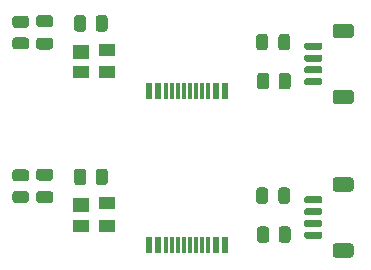
<source format=gbr>
%TF.GenerationSoftware,KiCad,Pcbnew,5.1.10-88a1d61d58~90~ubuntu20.04.1*%
%TF.CreationDate,2022-01-21T20:24:49-08:00*%
%TF.ProjectId,kb-db_panel,6b622d64-625f-4706-916e-656c2e6b6963,rev?*%
%TF.SameCoordinates,Original*%
%TF.FileFunction,Paste,Top*%
%TF.FilePolarity,Positive*%
%FSLAX46Y46*%
G04 Gerber Fmt 4.6, Leading zero omitted, Abs format (unit mm)*
G04 Created by KiCad (PCBNEW 5.1.10-88a1d61d58~90~ubuntu20.04.1) date 2022-01-21 20:24:49*
%MOMM*%
%LPD*%
G01*
G04 APERTURE LIST*
%ADD10R,1.400000X1.200000*%
%ADD11R,1.400000X1.000000*%
%ADD12R,0.300000X1.450000*%
%ADD13R,0.600000X1.450000*%
G04 APERTURE END LIST*
%TO.C,F1*%
G36*
G01*
X87699500Y-74071750D02*
X87699500Y-74984250D01*
G75*
G02*
X87455750Y-75228000I-243750J0D01*
G01*
X86968250Y-75228000D01*
G75*
G02*
X86724500Y-74984250I0J243750D01*
G01*
X86724500Y-74071750D01*
G75*
G02*
X86968250Y-73828000I243750J0D01*
G01*
X87455750Y-73828000D01*
G75*
G02*
X87699500Y-74071750I0J-243750D01*
G01*
G37*
G36*
G01*
X85824500Y-74071750D02*
X85824500Y-74984250D01*
G75*
G02*
X85580750Y-75228000I-243750J0D01*
G01*
X85093250Y-75228000D01*
G75*
G02*
X84849500Y-74984250I0J243750D01*
G01*
X84849500Y-74071750D01*
G75*
G02*
X85093250Y-73828000I243750J0D01*
G01*
X85580750Y-73828000D01*
G75*
G02*
X85824500Y-74071750I0J-243750D01*
G01*
G37*
%TD*%
D10*
%TO.C,D1*%
X69977000Y-75357000D03*
D11*
X69977000Y-77077000D03*
X72177000Y-77077000D03*
X72177000Y-75177000D03*
%TD*%
%TO.C,R1*%
G36*
G01*
X87761500Y-77379998D02*
X87761500Y-78280002D01*
G75*
G02*
X87511502Y-78530000I-249998J0D01*
G01*
X86986498Y-78530000D01*
G75*
G02*
X86736500Y-78280002I0J249998D01*
G01*
X86736500Y-77379998D01*
G75*
G02*
X86986498Y-77130000I249998J0D01*
G01*
X87511502Y-77130000D01*
G75*
G02*
X87761500Y-77379998I0J-249998D01*
G01*
G37*
G36*
G01*
X85936500Y-77379998D02*
X85936500Y-78280002D01*
G75*
G02*
X85686502Y-78530000I-249998J0D01*
G01*
X85161498Y-78530000D01*
G75*
G02*
X84911500Y-78280002I0J249998D01*
G01*
X84911500Y-77379998D01*
G75*
G02*
X85161498Y-77130000I249998J0D01*
G01*
X85686502Y-77130000D01*
G75*
G02*
X85936500Y-77379998I0J-249998D01*
G01*
G37*
%TD*%
%TO.C,J1*%
G36*
G01*
X89052000Y-74579000D02*
X90302000Y-74579000D01*
G75*
G02*
X90452000Y-74729000I0J-150000D01*
G01*
X90452000Y-75029000D01*
G75*
G02*
X90302000Y-75179000I-150000J0D01*
G01*
X89052000Y-75179000D01*
G75*
G02*
X88902000Y-75029000I0J150000D01*
G01*
X88902000Y-74729000D01*
G75*
G02*
X89052000Y-74579000I150000J0D01*
G01*
G37*
G36*
G01*
X89052000Y-75579000D02*
X90302000Y-75579000D01*
G75*
G02*
X90452000Y-75729000I0J-150000D01*
G01*
X90452000Y-76029000D01*
G75*
G02*
X90302000Y-76179000I-150000J0D01*
G01*
X89052000Y-76179000D01*
G75*
G02*
X88902000Y-76029000I0J150000D01*
G01*
X88902000Y-75729000D01*
G75*
G02*
X89052000Y-75579000I150000J0D01*
G01*
G37*
G36*
G01*
X89052000Y-76579000D02*
X90302000Y-76579000D01*
G75*
G02*
X90452000Y-76729000I0J-150000D01*
G01*
X90452000Y-77029000D01*
G75*
G02*
X90302000Y-77179000I-150000J0D01*
G01*
X89052000Y-77179000D01*
G75*
G02*
X88902000Y-77029000I0J150000D01*
G01*
X88902000Y-76729000D01*
G75*
G02*
X89052000Y-76579000I150000J0D01*
G01*
G37*
G36*
G01*
X89052000Y-77579000D02*
X90302000Y-77579000D01*
G75*
G02*
X90452000Y-77729000I0J-150000D01*
G01*
X90452000Y-78029000D01*
G75*
G02*
X90302000Y-78179000I-150000J0D01*
G01*
X89052000Y-78179000D01*
G75*
G02*
X88902000Y-78029000I0J150000D01*
G01*
X88902000Y-77729000D01*
G75*
G02*
X89052000Y-77579000I150000J0D01*
G01*
G37*
G36*
G01*
X91551999Y-72979000D02*
X92852001Y-72979000D01*
G75*
G02*
X93102000Y-73228999I0J-249999D01*
G01*
X93102000Y-73929001D01*
G75*
G02*
X92852001Y-74179000I-249999J0D01*
G01*
X91551999Y-74179000D01*
G75*
G02*
X91302000Y-73929001I0J249999D01*
G01*
X91302000Y-73228999D01*
G75*
G02*
X91551999Y-72979000I249999J0D01*
G01*
G37*
G36*
G01*
X91551999Y-78579000D02*
X92852001Y-78579000D01*
G75*
G02*
X93102000Y-78828999I0J-249999D01*
G01*
X93102000Y-79529001D01*
G75*
G02*
X92852001Y-79779000I-249999J0D01*
G01*
X91551999Y-79779000D01*
G75*
G02*
X91302000Y-79529001I0J249999D01*
G01*
X91302000Y-78828999D01*
G75*
G02*
X91551999Y-78579000I249999J0D01*
G01*
G37*
%TD*%
D12*
%TO.C,USB1*%
X79242000Y-78674000D03*
X78742000Y-78674000D03*
X78242000Y-78674000D03*
X79742000Y-78674000D03*
X77742000Y-78674000D03*
X80242000Y-78674000D03*
X77242000Y-78674000D03*
X80742000Y-78674000D03*
D13*
X81442000Y-78674000D03*
X76542000Y-78674000D03*
X82217000Y-78674000D03*
X75767000Y-78674000D03*
%TD*%
%TO.C,R5*%
G36*
G01*
X64446998Y-72304500D02*
X65347002Y-72304500D01*
G75*
G02*
X65597000Y-72554498I0J-249998D01*
G01*
X65597000Y-73079502D01*
G75*
G02*
X65347002Y-73329500I-249998J0D01*
G01*
X64446998Y-73329500D01*
G75*
G02*
X64197000Y-73079502I0J249998D01*
G01*
X64197000Y-72554498D01*
G75*
G02*
X64446998Y-72304500I249998J0D01*
G01*
G37*
G36*
G01*
X64446998Y-74129500D02*
X65347002Y-74129500D01*
G75*
G02*
X65597000Y-74379498I0J-249998D01*
G01*
X65597000Y-74904502D01*
G75*
G02*
X65347002Y-75154500I-249998J0D01*
G01*
X64446998Y-75154500D01*
G75*
G02*
X64197000Y-74904502I0J249998D01*
G01*
X64197000Y-74379498D01*
G75*
G02*
X64446998Y-74129500I249998J0D01*
G01*
G37*
%TD*%
%TO.C,C1*%
G36*
G01*
X66454000Y-72256000D02*
X67404000Y-72256000D01*
G75*
G02*
X67654000Y-72506000I0J-250000D01*
G01*
X67654000Y-73006000D01*
G75*
G02*
X67404000Y-73256000I-250000J0D01*
G01*
X66454000Y-73256000D01*
G75*
G02*
X66204000Y-73006000I0J250000D01*
G01*
X66204000Y-72506000D01*
G75*
G02*
X66454000Y-72256000I250000J0D01*
G01*
G37*
G36*
G01*
X66454000Y-74156000D02*
X67404000Y-74156000D01*
G75*
G02*
X67654000Y-74406000I0J-250000D01*
G01*
X67654000Y-74906000D01*
G75*
G02*
X67404000Y-75156000I-250000J0D01*
G01*
X66454000Y-75156000D01*
G75*
G02*
X66204000Y-74906000I0J250000D01*
G01*
X66204000Y-74406000D01*
G75*
G02*
X66454000Y-74156000I250000J0D01*
G01*
G37*
%TD*%
%TO.C,R2*%
G36*
G01*
X69417500Y-73394002D02*
X69417500Y-72493998D01*
G75*
G02*
X69667498Y-72244000I249998J0D01*
G01*
X70192502Y-72244000D01*
G75*
G02*
X70442500Y-72493998I0J-249998D01*
G01*
X70442500Y-73394002D01*
G75*
G02*
X70192502Y-73644000I-249998J0D01*
G01*
X69667498Y-73644000D01*
G75*
G02*
X69417500Y-73394002I0J249998D01*
G01*
G37*
G36*
G01*
X71242500Y-73394002D02*
X71242500Y-72493998D01*
G75*
G02*
X71492498Y-72244000I249998J0D01*
G01*
X72017502Y-72244000D01*
G75*
G02*
X72267500Y-72493998I0J-249998D01*
G01*
X72267500Y-73394002D01*
G75*
G02*
X72017502Y-73644000I-249998J0D01*
G01*
X71492498Y-73644000D01*
G75*
G02*
X71242500Y-73394002I0J249998D01*
G01*
G37*
%TD*%
%TO.C,J1*%
G36*
G01*
X91551999Y-65579000D02*
X92852001Y-65579000D01*
G75*
G02*
X93102000Y-65828999I0J-249999D01*
G01*
X93102000Y-66529001D01*
G75*
G02*
X92852001Y-66779000I-249999J0D01*
G01*
X91551999Y-66779000D01*
G75*
G02*
X91302000Y-66529001I0J249999D01*
G01*
X91302000Y-65828999D01*
G75*
G02*
X91551999Y-65579000I249999J0D01*
G01*
G37*
G36*
G01*
X91551999Y-59979000D02*
X92852001Y-59979000D01*
G75*
G02*
X93102000Y-60228999I0J-249999D01*
G01*
X93102000Y-60929001D01*
G75*
G02*
X92852001Y-61179000I-249999J0D01*
G01*
X91551999Y-61179000D01*
G75*
G02*
X91302000Y-60929001I0J249999D01*
G01*
X91302000Y-60228999D01*
G75*
G02*
X91551999Y-59979000I249999J0D01*
G01*
G37*
G36*
G01*
X89052000Y-64579000D02*
X90302000Y-64579000D01*
G75*
G02*
X90452000Y-64729000I0J-150000D01*
G01*
X90452000Y-65029000D01*
G75*
G02*
X90302000Y-65179000I-150000J0D01*
G01*
X89052000Y-65179000D01*
G75*
G02*
X88902000Y-65029000I0J150000D01*
G01*
X88902000Y-64729000D01*
G75*
G02*
X89052000Y-64579000I150000J0D01*
G01*
G37*
G36*
G01*
X89052000Y-63579000D02*
X90302000Y-63579000D01*
G75*
G02*
X90452000Y-63729000I0J-150000D01*
G01*
X90452000Y-64029000D01*
G75*
G02*
X90302000Y-64179000I-150000J0D01*
G01*
X89052000Y-64179000D01*
G75*
G02*
X88902000Y-64029000I0J150000D01*
G01*
X88902000Y-63729000D01*
G75*
G02*
X89052000Y-63579000I150000J0D01*
G01*
G37*
G36*
G01*
X89052000Y-62579000D02*
X90302000Y-62579000D01*
G75*
G02*
X90452000Y-62729000I0J-150000D01*
G01*
X90452000Y-63029000D01*
G75*
G02*
X90302000Y-63179000I-150000J0D01*
G01*
X89052000Y-63179000D01*
G75*
G02*
X88902000Y-63029000I0J150000D01*
G01*
X88902000Y-62729000D01*
G75*
G02*
X89052000Y-62579000I150000J0D01*
G01*
G37*
G36*
G01*
X89052000Y-61579000D02*
X90302000Y-61579000D01*
G75*
G02*
X90452000Y-61729000I0J-150000D01*
G01*
X90452000Y-62029000D01*
G75*
G02*
X90302000Y-62179000I-150000J0D01*
G01*
X89052000Y-62179000D01*
G75*
G02*
X88902000Y-62029000I0J150000D01*
G01*
X88902000Y-61729000D01*
G75*
G02*
X89052000Y-61579000I150000J0D01*
G01*
G37*
%TD*%
%TO.C,C1*%
G36*
G01*
X66454000Y-61156000D02*
X67404000Y-61156000D01*
G75*
G02*
X67654000Y-61406000I0J-250000D01*
G01*
X67654000Y-61906000D01*
G75*
G02*
X67404000Y-62156000I-250000J0D01*
G01*
X66454000Y-62156000D01*
G75*
G02*
X66204000Y-61906000I0J250000D01*
G01*
X66204000Y-61406000D01*
G75*
G02*
X66454000Y-61156000I250000J0D01*
G01*
G37*
G36*
G01*
X66454000Y-59256000D02*
X67404000Y-59256000D01*
G75*
G02*
X67654000Y-59506000I0J-250000D01*
G01*
X67654000Y-60006000D01*
G75*
G02*
X67404000Y-60256000I-250000J0D01*
G01*
X66454000Y-60256000D01*
G75*
G02*
X66204000Y-60006000I0J250000D01*
G01*
X66204000Y-59506000D01*
G75*
G02*
X66454000Y-59256000I250000J0D01*
G01*
G37*
%TD*%
%TO.C,USB1*%
X75767000Y-65674000D03*
X82217000Y-65674000D03*
X76542000Y-65674000D03*
X81442000Y-65674000D03*
D12*
X80742000Y-65674000D03*
X77242000Y-65674000D03*
X80242000Y-65674000D03*
X77742000Y-65674000D03*
X79742000Y-65674000D03*
X78242000Y-65674000D03*
X78742000Y-65674000D03*
X79242000Y-65674000D03*
%TD*%
%TO.C,R5*%
G36*
G01*
X64446998Y-61129500D02*
X65347002Y-61129500D01*
G75*
G02*
X65597000Y-61379498I0J-249998D01*
G01*
X65597000Y-61904502D01*
G75*
G02*
X65347002Y-62154500I-249998J0D01*
G01*
X64446998Y-62154500D01*
G75*
G02*
X64197000Y-61904502I0J249998D01*
G01*
X64197000Y-61379498D01*
G75*
G02*
X64446998Y-61129500I249998J0D01*
G01*
G37*
G36*
G01*
X64446998Y-59304500D02*
X65347002Y-59304500D01*
G75*
G02*
X65597000Y-59554498I0J-249998D01*
G01*
X65597000Y-60079502D01*
G75*
G02*
X65347002Y-60329500I-249998J0D01*
G01*
X64446998Y-60329500D01*
G75*
G02*
X64197000Y-60079502I0J249998D01*
G01*
X64197000Y-59554498D01*
G75*
G02*
X64446998Y-59304500I249998J0D01*
G01*
G37*
%TD*%
%TO.C,R2*%
G36*
G01*
X71242500Y-60394002D02*
X71242500Y-59493998D01*
G75*
G02*
X71492498Y-59244000I249998J0D01*
G01*
X72017502Y-59244000D01*
G75*
G02*
X72267500Y-59493998I0J-249998D01*
G01*
X72267500Y-60394002D01*
G75*
G02*
X72017502Y-60644000I-249998J0D01*
G01*
X71492498Y-60644000D01*
G75*
G02*
X71242500Y-60394002I0J249998D01*
G01*
G37*
G36*
G01*
X69417500Y-60394002D02*
X69417500Y-59493998D01*
G75*
G02*
X69667498Y-59244000I249998J0D01*
G01*
X70192502Y-59244000D01*
G75*
G02*
X70442500Y-59493998I0J-249998D01*
G01*
X70442500Y-60394002D01*
G75*
G02*
X70192502Y-60644000I-249998J0D01*
G01*
X69667498Y-60644000D01*
G75*
G02*
X69417500Y-60394002I0J249998D01*
G01*
G37*
%TD*%
%TO.C,R1*%
G36*
G01*
X85936500Y-64379998D02*
X85936500Y-65280002D01*
G75*
G02*
X85686502Y-65530000I-249998J0D01*
G01*
X85161498Y-65530000D01*
G75*
G02*
X84911500Y-65280002I0J249998D01*
G01*
X84911500Y-64379998D01*
G75*
G02*
X85161498Y-64130000I249998J0D01*
G01*
X85686502Y-64130000D01*
G75*
G02*
X85936500Y-64379998I0J-249998D01*
G01*
G37*
G36*
G01*
X87761500Y-64379998D02*
X87761500Y-65280002D01*
G75*
G02*
X87511502Y-65530000I-249998J0D01*
G01*
X86986498Y-65530000D01*
G75*
G02*
X86736500Y-65280002I0J249998D01*
G01*
X86736500Y-64379998D01*
G75*
G02*
X86986498Y-64130000I249998J0D01*
G01*
X87511502Y-64130000D01*
G75*
G02*
X87761500Y-64379998I0J-249998D01*
G01*
G37*
%TD*%
%TO.C,F1*%
G36*
G01*
X85824500Y-61071750D02*
X85824500Y-61984250D01*
G75*
G02*
X85580750Y-62228000I-243750J0D01*
G01*
X85093250Y-62228000D01*
G75*
G02*
X84849500Y-61984250I0J243750D01*
G01*
X84849500Y-61071750D01*
G75*
G02*
X85093250Y-60828000I243750J0D01*
G01*
X85580750Y-60828000D01*
G75*
G02*
X85824500Y-61071750I0J-243750D01*
G01*
G37*
G36*
G01*
X87699500Y-61071750D02*
X87699500Y-61984250D01*
G75*
G02*
X87455750Y-62228000I-243750J0D01*
G01*
X86968250Y-62228000D01*
G75*
G02*
X86724500Y-61984250I0J243750D01*
G01*
X86724500Y-61071750D01*
G75*
G02*
X86968250Y-60828000I243750J0D01*
G01*
X87455750Y-60828000D01*
G75*
G02*
X87699500Y-61071750I0J-243750D01*
G01*
G37*
%TD*%
D11*
%TO.C,D1*%
X72177000Y-62177000D03*
X72177000Y-64077000D03*
X69977000Y-64077000D03*
D10*
X69977000Y-62357000D03*
%TD*%
M02*

</source>
